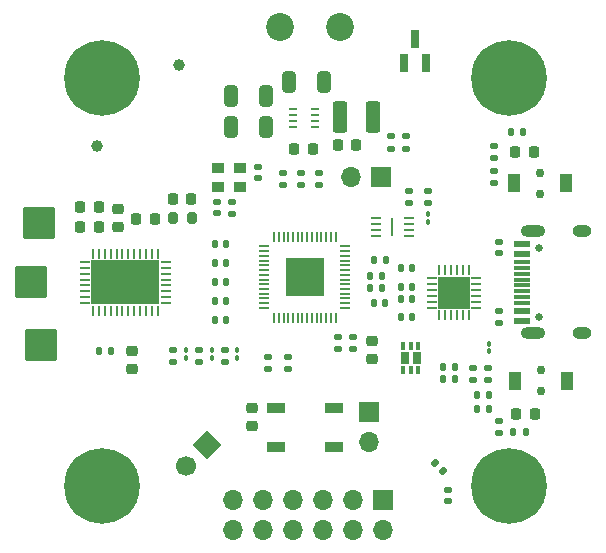
<source format=gbr>
%TF.GenerationSoftware,KiCad,Pcbnew,7.0.9*%
%TF.CreationDate,2024-02-12T03:50:36+01:00*%
%TF.ProjectId,MTR_Tiny_MD,4d54525f-5469-46e7-995f-4d442e6b6963,rev?*%
%TF.SameCoordinates,Original*%
%TF.FileFunction,Soldermask,Top*%
%TF.FilePolarity,Negative*%
%FSLAX46Y46*%
G04 Gerber Fmt 4.6, Leading zero omitted, Abs format (unit mm)*
G04 Created by KiCad (PCBNEW 7.0.9) date 2024-02-12 03:50:36*
%MOMM*%
%LPD*%
G01*
G04 APERTURE LIST*
G04 Aperture macros list*
%AMRoundRect*
0 Rectangle with rounded corners*
0 $1 Rounding radius*
0 $2 $3 $4 $5 $6 $7 $8 $9 X,Y pos of 4 corners*
0 Add a 4 corners polygon primitive as box body*
4,1,4,$2,$3,$4,$5,$6,$7,$8,$9,$2,$3,0*
0 Add four circle primitives for the rounded corners*
1,1,$1+$1,$2,$3*
1,1,$1+$1,$4,$5*
1,1,$1+$1,$6,$7*
1,1,$1+$1,$8,$9*
0 Add four rect primitives between the rounded corners*
20,1,$1+$1,$2,$3,$4,$5,0*
20,1,$1+$1,$4,$5,$6,$7,0*
20,1,$1+$1,$6,$7,$8,$9,0*
20,1,$1+$1,$8,$9,$2,$3,0*%
%AMHorizOval*
0 Thick line with rounded ends*
0 $1 width*
0 $2 $3 position (X,Y) of the first rounded end (center of the circle)*
0 $4 $5 position (X,Y) of the second rounded end (center of the circle)*
0 Add line between two ends*
20,1,$1,$2,$3,$4,$5,0*
0 Add two circle primitives to create the rounded ends*
1,1,$1,$2,$3*
1,1,$1,$4,$5*%
%AMRotRect*
0 Rectangle, with rotation*
0 The origin of the aperture is its center*
0 $1 length*
0 $2 width*
0 $3 Rotation angle, in degrees counterclockwise*
0 Add horizontal line*
21,1,$1,$2,0,0,$3*%
G04 Aperture macros list end*
%ADD10RoundRect,0.135000X-0.185000X0.135000X-0.185000X-0.135000X0.185000X-0.135000X0.185000X0.135000X0*%
%ADD11RoundRect,0.250000X0.325000X0.650000X-0.325000X0.650000X-0.325000X-0.650000X0.325000X-0.650000X0*%
%ADD12RoundRect,0.100000X-0.100000X0.130000X-0.100000X-0.130000X0.100000X-0.130000X0.100000X0.130000X0*%
%ADD13RoundRect,0.140000X0.170000X-0.140000X0.170000X0.140000X-0.170000X0.140000X-0.170000X-0.140000X0*%
%ADD14RoundRect,0.140000X-0.140000X-0.170000X0.140000X-0.170000X0.140000X0.170000X-0.140000X0.170000X0*%
%ADD15RoundRect,0.225000X0.250000X-0.225000X0.250000X0.225000X-0.250000X0.225000X-0.250000X-0.225000X0*%
%ADD16C,1.000000*%
%ADD17RoundRect,0.225000X0.225000X0.250000X-0.225000X0.250000X-0.225000X-0.250000X0.225000X-0.250000X0*%
%ADD18RoundRect,0.225000X-0.225000X-0.250000X0.225000X-0.250000X0.225000X0.250000X-0.225000X0.250000X0*%
%ADD19R,1.700000X1.700000*%
%ADD20O,1.700000X1.700000*%
%ADD21RoundRect,0.250000X-0.375000X-1.075000X0.375000X-1.075000X0.375000X1.075000X-0.375000X1.075000X0*%
%ADD22RoundRect,0.165000X1.210000X-1.210000X1.210000X1.210000X-1.210000X1.210000X-1.210000X-1.210000X0*%
%ADD23RoundRect,0.135000X0.135000X0.185000X-0.135000X0.185000X-0.135000X-0.185000X0.135000X-0.185000X0*%
%ADD24RoundRect,0.135000X-0.135000X-0.185000X0.135000X-0.185000X0.135000X0.185000X-0.135000X0.185000X0*%
%ADD25RoundRect,0.250000X-0.325000X-0.650000X0.325000X-0.650000X0.325000X0.650000X-0.325000X0.650000X0*%
%ADD26RoundRect,0.140000X0.140000X0.170000X-0.140000X0.170000X-0.140000X-0.170000X0.140000X-0.170000X0*%
%ADD27RoundRect,0.218750X0.218750X0.256250X-0.218750X0.256250X-0.218750X-0.256250X0.218750X-0.256250X0*%
%ADD28RoundRect,0.140000X-0.170000X0.140000X-0.170000X-0.140000X0.170000X-0.140000X0.170000X0.140000X0*%
%ADD29C,0.800000*%
%ADD30C,6.400000*%
%ADD31RoundRect,0.135000X-0.226274X-0.035355X-0.035355X-0.226274X0.226274X0.035355X0.035355X0.226274X0*%
%ADD32RoundRect,0.200000X-0.200000X-0.275000X0.200000X-0.275000X0.200000X0.275000X-0.200000X0.275000X0*%
%ADD33C,2.362200*%
%ADD34C,0.650000*%
%ADD35R,1.450000X0.600000*%
%ADD36R,1.450000X0.300000*%
%ADD37O,2.100000X1.000000*%
%ADD38O,1.600000X1.000000*%
%ADD39R,1.500000X0.900000*%
%ADD40RoundRect,0.225000X-0.250000X0.225000X-0.250000X-0.225000X0.250000X-0.225000X0.250000X0.225000X0*%
%ADD41R,1.000000X0.900000*%
%ADD42RoundRect,0.070000X0.300000X-0.650000X0.300000X0.650000X-0.300000X0.650000X-0.300000X-0.650000X0*%
%ADD43RotRect,1.700000X1.700000X315.000000*%
%ADD44HorizOval,1.700000X0.000000X0.000000X0.000000X0.000000X0*%
%ADD45RoundRect,0.050000X-0.050000X0.387500X-0.050000X-0.387500X0.050000X-0.387500X0.050000X0.387500X0*%
%ADD46RoundRect,0.050000X-0.387500X0.050000X-0.387500X-0.050000X0.387500X-0.050000X0.387500X0.050000X0*%
%ADD47R,3.200000X3.200000*%
%ADD48R,0.331000X0.680999*%
%ADD49R,0.711200X1.041400*%
%ADD50RoundRect,0.135000X0.185000X-0.135000X0.185000X0.135000X-0.185000X0.135000X-0.185000X-0.135000X0*%
%ADD51C,0.750000*%
%ADD52RoundRect,0.131250X0.393750X-0.668750X0.393750X0.668750X-0.393750X0.668750X-0.393750X-0.668750X0*%
%ADD53R,0.254800X0.807999*%
%ADD54R,0.807999X0.254800*%
%ADD55R,5.791200X3.810000*%
%ADD56R,0.757199X0.254800*%
%ADD57R,2.743200X2.743200*%
%ADD58R,0.203200X1.600200*%
G04 APERTURE END LIST*
D10*
%TO.C,R9*%
X121425000Y-111765000D03*
X121425000Y-112785000D03*
%TD*%
%TO.C,R3*%
X98775000Y-93215000D03*
X98775000Y-94235000D03*
%TD*%
D11*
%TO.C,C39*%
X101675000Y-84300000D03*
X98725000Y-84300000D03*
%TD*%
D12*
%TO.C,C33*%
X99250000Y-105770000D03*
X99250000Y-106410000D03*
%TD*%
D13*
%TO.C,C44*%
X117100000Y-118555000D03*
X117100000Y-117595000D03*
%TD*%
D14*
%TO.C,C6*%
X97340000Y-98403750D03*
X98300000Y-98403750D03*
%TD*%
D15*
%TO.C,C36*%
X90300000Y-107375000D03*
X90300000Y-105825000D03*
%TD*%
D16*
%TO.C,H6*%
X94325000Y-81625000D03*
%TD*%
D17*
%TO.C,C28*%
X87500000Y-95325000D03*
X85950000Y-95325000D03*
%TD*%
D18*
%TO.C,C27*%
X90675000Y-94650000D03*
X92225000Y-94650000D03*
%TD*%
D19*
%TO.C,J5*%
X110400000Y-111025000D03*
D20*
X110400000Y-113565000D03*
%TD*%
D21*
%TO.C,L2*%
X107900000Y-86000000D03*
X110700000Y-86000000D03*
%TD*%
D22*
%TO.C,H12*%
X82620000Y-105310000D03*
%TD*%
D23*
%TO.C,R22*%
X120585000Y-110750000D03*
X119565000Y-110750000D03*
%TD*%
D18*
%TO.C,C41*%
X104075000Y-88775000D03*
X105625000Y-88775000D03*
%TD*%
D14*
%TO.C,C34*%
X97340000Y-101601250D03*
X98300000Y-101601250D03*
%TD*%
D24*
%TO.C,R23*%
X119565000Y-109575000D03*
X120585000Y-109575000D03*
%TD*%
D25*
%TO.C,C38*%
X103625000Y-83100000D03*
X106575000Y-83100000D03*
%TD*%
D23*
%TO.C,R12*%
X123635000Y-112750000D03*
X122615000Y-112750000D03*
%TD*%
D26*
%TO.C,C35*%
X98300000Y-103200000D03*
X97340000Y-103200000D03*
%TD*%
D11*
%TO.C,C40*%
X101675000Y-86900000D03*
X98725000Y-86900000D03*
%TD*%
D27*
%TO.C,D3*%
X124437500Y-111175000D03*
X122862500Y-111175000D03*
%TD*%
D28*
%TO.C,C32*%
X109065000Y-104700000D03*
X109065000Y-105660000D03*
%TD*%
D10*
%TO.C,R8*%
X98150000Y-105790000D03*
X98150000Y-106810000D03*
%TD*%
D29*
%TO.C,H1*%
X119850000Y-117250000D03*
X120552944Y-115552944D03*
X120552944Y-118947056D03*
X122250000Y-114850000D03*
D30*
X122250000Y-117250000D03*
D29*
X122250000Y-119650000D03*
X123947056Y-115552944D03*
X123947056Y-118947056D03*
X124650000Y-117250000D03*
%TD*%
D13*
%TO.C,C2*%
X101000000Y-91230000D03*
X101000000Y-90270000D03*
%TD*%
D29*
%TO.C,H3*%
X119850000Y-82750000D03*
X120552944Y-81052944D03*
X120552944Y-84447056D03*
X122250000Y-80350000D03*
D30*
X122250000Y-82750000D03*
D29*
X122250000Y-85150000D03*
X123947056Y-81052944D03*
X123947056Y-84447056D03*
X124650000Y-82750000D03*
%TD*%
D23*
%TO.C,R1*%
X111485000Y-99525000D03*
X110465000Y-99525000D03*
%TD*%
D31*
%TO.C,R19*%
X115939376Y-115325000D03*
X116660624Y-116046248D03*
%TD*%
D23*
%TO.C,R11*%
X123460000Y-87350000D03*
X122440000Y-87350000D03*
%TD*%
D29*
%TO.C,H8*%
X85350000Y-82750000D03*
X86052944Y-81052944D03*
X86052944Y-84447056D03*
X87750000Y-80350000D03*
D30*
X87750000Y-82750000D03*
D29*
X87750000Y-85150000D03*
X89447056Y-81052944D03*
X89447056Y-84447056D03*
X90150000Y-82750000D03*
%TD*%
D32*
%TO.C,R13*%
X93750000Y-94625000D03*
X95400000Y-94625000D03*
%TD*%
D29*
%TO.C,H9*%
X85350000Y-117250000D03*
X86052944Y-115552944D03*
X86052944Y-118947056D03*
X87750000Y-114850000D03*
D30*
X87750000Y-117250000D03*
D29*
X87750000Y-119650000D03*
X89447056Y-115552944D03*
X89447056Y-118947056D03*
X90150000Y-117250000D03*
%TD*%
D26*
%TO.C,C1*%
X111805000Y-98175000D03*
X110845000Y-98175000D03*
%TD*%
D33*
%TO.C,J6*%
X107890000Y-78450000D03*
X102890000Y-78450000D03*
%TD*%
D12*
%TO.C,C29*%
X94850000Y-105770000D03*
X94850000Y-106410000D03*
%TD*%
D13*
%TO.C,C10*%
X103525000Y-107360000D03*
X103525000Y-106400000D03*
%TD*%
D12*
%TO.C,C31*%
X97050000Y-105770000D03*
X97050000Y-106410000D03*
%TD*%
D28*
%TO.C,C21*%
X121375000Y-96620000D03*
X121375000Y-97580000D03*
%TD*%
D34*
%TO.C,J1*%
X124810000Y-102940000D03*
X124810000Y-97160000D03*
D35*
X123365000Y-103300000D03*
X123365000Y-102500000D03*
D36*
X123365000Y-101300000D03*
X123365000Y-100300000D03*
X123365000Y-99800000D03*
X123365000Y-98800000D03*
D35*
X123365000Y-97600000D03*
X123365000Y-96800000D03*
X123365000Y-96800000D03*
X123365000Y-97600000D03*
D36*
X123365000Y-98300000D03*
X123365000Y-99300000D03*
X123365000Y-100800000D03*
X123365000Y-101800000D03*
D35*
X123365000Y-102500000D03*
X123365000Y-103300000D03*
D37*
X124280000Y-104370000D03*
D38*
X128460000Y-104370000D03*
D37*
X124280000Y-95730000D03*
D38*
X128460000Y-95730000D03*
%TD*%
D24*
%TO.C,R2*%
X110465000Y-100550000D03*
X111485000Y-100550000D03*
%TD*%
D26*
%TO.C,C15*%
X114055000Y-100425000D03*
X113095000Y-100425000D03*
%TD*%
D39*
%TO.C,D1*%
X102500000Y-110650000D03*
X102500000Y-113950000D03*
X107400000Y-113950000D03*
X107400000Y-110650000D03*
%TD*%
D28*
%TO.C,C8*%
X106190000Y-90820000D03*
X106190000Y-91780000D03*
%TD*%
D15*
%TO.C,C12*%
X110650000Y-106525000D03*
X110650000Y-104975000D03*
%TD*%
D26*
%TO.C,C17*%
X114055000Y-98800000D03*
X113095000Y-98800000D03*
%TD*%
D10*
%TO.C,R26*%
X120475000Y-107300000D03*
X120475000Y-108320000D03*
%TD*%
D40*
%TO.C,C37*%
X100450000Y-110675000D03*
X100450000Y-112225000D03*
%TD*%
D41*
%TO.C,Y1*%
X99450000Y-90400000D03*
X97600000Y-90400000D03*
X97600000Y-91950000D03*
X99450000Y-91950000D03*
%TD*%
D13*
%TO.C,C19*%
X121425000Y-103455000D03*
X121425000Y-102495000D03*
%TD*%
D17*
%TO.C,C25*%
X87500000Y-93675000D03*
X85950000Y-93675000D03*
%TD*%
D12*
%TO.C,3v3ToVddd1*%
X115400000Y-94255000D03*
X115400000Y-94895000D03*
%TD*%
D42*
%TO.C,Q1*%
X113350000Y-81500000D03*
X115250000Y-81500000D03*
X114300000Y-79400000D03*
%TD*%
D15*
%TO.C,C26*%
X89100000Y-95350000D03*
X89100000Y-93800000D03*
%TD*%
D13*
%TO.C,C7*%
X101812500Y-107360000D03*
X101812500Y-106400000D03*
%TD*%
D18*
%TO.C,C24*%
X93800000Y-92975000D03*
X95350000Y-92975000D03*
%TD*%
D26*
%TO.C,C23*%
X117630000Y-107175000D03*
X116670000Y-107175000D03*
%TD*%
D28*
%TO.C,C3*%
X97475000Y-93245000D03*
X97475000Y-94205000D03*
%TD*%
D43*
%TO.C,J3*%
X96700000Y-113800000D03*
D44*
X94903949Y-115596051D03*
%TD*%
D26*
%TO.C,C22*%
X117630000Y-108250000D03*
X116670000Y-108250000D03*
%TD*%
D45*
%TO.C,U1*%
X107550000Y-96162500D03*
X107150000Y-96162500D03*
X106750000Y-96162500D03*
X106350000Y-96162500D03*
X105950000Y-96162500D03*
X105550000Y-96162500D03*
X105150000Y-96162500D03*
X104750000Y-96162500D03*
X104350000Y-96162500D03*
X103950000Y-96162500D03*
X103550000Y-96162500D03*
X103150000Y-96162500D03*
X102750000Y-96162500D03*
X102350000Y-96162500D03*
D46*
X101512500Y-97000000D03*
X101512500Y-97400000D03*
X101512500Y-97800000D03*
X101512500Y-98200000D03*
X101512500Y-98600000D03*
X101512500Y-99000000D03*
X101512500Y-99400000D03*
X101512500Y-99800000D03*
X101512500Y-100200000D03*
X101512500Y-100600000D03*
X101512500Y-101000000D03*
X101512500Y-101400000D03*
X101512500Y-101800000D03*
X101512500Y-102200000D03*
D45*
X102350000Y-103037500D03*
X102750000Y-103037500D03*
X103150000Y-103037500D03*
X103550000Y-103037500D03*
X103950000Y-103037500D03*
X104350000Y-103037500D03*
X104750000Y-103037500D03*
X105150000Y-103037500D03*
X105550000Y-103037500D03*
X105950000Y-103037500D03*
X106350000Y-103037500D03*
X106750000Y-103037500D03*
X107150000Y-103037500D03*
X107550000Y-103037500D03*
D46*
X108387500Y-102200000D03*
X108387500Y-101800000D03*
X108387500Y-101400000D03*
X108387500Y-101000000D03*
X108387500Y-100600000D03*
X108387500Y-100200000D03*
X108387500Y-99800000D03*
X108387500Y-99400000D03*
X108387500Y-99000000D03*
X108387500Y-98600000D03*
X108387500Y-98200000D03*
X108387500Y-97800000D03*
X108387500Y-97400000D03*
X108387500Y-97000000D03*
D47*
X104950000Y-99600000D03*
%TD*%
D48*
%TO.C,U9*%
X113275014Y-107489000D03*
X113925000Y-107489000D03*
X114574986Y-107489000D03*
X114574986Y-105411000D03*
X113925000Y-105411000D03*
X113275014Y-105411000D03*
D49*
X113404300Y-106450000D03*
X114445700Y-106450000D03*
%TD*%
D19*
%TO.C,J2*%
X111540000Y-118450000D03*
D20*
X111540000Y-120990000D03*
X109000000Y-118450000D03*
X109000000Y-120990000D03*
X106460000Y-118450000D03*
X106460000Y-120990000D03*
X103920000Y-118450000D03*
X103920000Y-120990000D03*
X101380000Y-118450000D03*
X101380000Y-120990000D03*
X98840000Y-118450000D03*
X98840000Y-120990000D03*
%TD*%
D23*
%TO.C,R16*%
X88580000Y-105850000D03*
X87560000Y-105850000D03*
%TD*%
D16*
%TO.C,H7*%
X87325000Y-88500000D03*
%TD*%
D10*
%TO.C,R6*%
X93750000Y-105790000D03*
X93750000Y-106810000D03*
%TD*%
D22*
%TO.C,H11*%
X81740000Y-100030000D03*
%TD*%
D50*
%TO.C,R5*%
X120975000Y-89485000D03*
X120975000Y-88465000D03*
%TD*%
D51*
%TO.C,SW1*%
X124875000Y-92550000D03*
X124875000Y-90750000D03*
D52*
X127100000Y-91650000D03*
X122650000Y-91650000D03*
%TD*%
D22*
%TO.C,H10*%
X82440000Y-95030000D03*
%TD*%
D18*
%TO.C,C42*%
X107725000Y-88450000D03*
X109275000Y-88450000D03*
%TD*%
D10*
%TO.C,R14*%
X113500000Y-87690000D03*
X113500000Y-88710000D03*
%TD*%
D50*
%TO.C,R4*%
X120975000Y-91660000D03*
X120975000Y-90640000D03*
%TD*%
D26*
%TO.C,C14*%
X114055000Y-101475000D03*
X113095000Y-101475000D03*
%TD*%
D50*
%TO.C,R24*%
X119175000Y-108295000D03*
X119175000Y-107275000D03*
%TD*%
D53*
%TO.C,U5*%
X92510693Y-97601300D03*
X92010567Y-97601300D03*
X91510441Y-97601300D03*
X91010315Y-97601300D03*
X90510189Y-97601300D03*
X90010063Y-97601300D03*
X89509937Y-97601300D03*
X89009811Y-97601300D03*
X88509685Y-97601300D03*
X88009559Y-97601300D03*
X87509433Y-97601300D03*
X87009307Y-97601300D03*
D54*
X86308000Y-98299559D03*
X86308000Y-98799685D03*
X86308000Y-99299811D03*
X86308000Y-99799937D03*
X86308000Y-100300063D03*
X86308000Y-100800189D03*
X86308000Y-101300315D03*
X86308000Y-101800441D03*
D53*
X87009307Y-102498700D03*
X87509433Y-102498700D03*
X88009559Y-102498700D03*
X88509685Y-102498700D03*
X89009811Y-102498700D03*
X89509937Y-102498700D03*
X90010063Y-102498700D03*
X90510189Y-102498700D03*
X91010315Y-102498700D03*
X91510441Y-102498700D03*
X92010567Y-102498700D03*
X92510693Y-102498700D03*
D54*
X93212000Y-101800441D03*
X93212000Y-101300315D03*
X93212000Y-100800189D03*
X93212000Y-100300063D03*
X93212000Y-99799937D03*
X93212000Y-99299811D03*
X93212000Y-98799685D03*
X93212000Y-98299559D03*
D55*
X89760000Y-100050000D03*
%TD*%
D27*
%TO.C,D2*%
X124312500Y-88975000D03*
X122737500Y-88975000D03*
%TD*%
D28*
%TO.C,C11*%
X104650000Y-90820000D03*
X104650000Y-91780000D03*
%TD*%
D10*
%TO.C,R15*%
X112250000Y-87690000D03*
X112250000Y-88710000D03*
%TD*%
%TO.C,R7*%
X95950000Y-105790000D03*
X95950000Y-106810000D03*
%TD*%
D19*
%TO.C,J4*%
X111400000Y-91100000D03*
D20*
X108860000Y-91100000D03*
%TD*%
D56*
%TO.C,U7*%
X103949900Y-85349999D03*
X103949900Y-85850000D03*
X103949900Y-86350000D03*
X103949900Y-86850001D03*
X105850100Y-86850001D03*
X105850100Y-86350000D03*
X105850100Y-85850000D03*
X105850100Y-85349999D03*
%TD*%
D28*
%TO.C,C18*%
X113750000Y-92345000D03*
X113750000Y-93305000D03*
%TD*%
D26*
%TO.C,C16*%
X114055000Y-103000000D03*
X113095000Y-103000000D03*
%TD*%
D53*
%TO.C,U8*%
X116324685Y-102814900D03*
X116824811Y-102814900D03*
X117324937Y-102814900D03*
X117825063Y-102814900D03*
X118325189Y-102814900D03*
X118825315Y-102814900D03*
D54*
X119464900Y-102175315D03*
X119464900Y-101675189D03*
X119464900Y-101175063D03*
X119464900Y-100674937D03*
X119464900Y-100174811D03*
X119464900Y-99674685D03*
D53*
X118825315Y-99035100D03*
X118325189Y-99035100D03*
X117825063Y-99035100D03*
X117324937Y-99035100D03*
X116824811Y-99035100D03*
X116324685Y-99035100D03*
D54*
X115685100Y-99674685D03*
X115685100Y-100174811D03*
X115685100Y-100674937D03*
X115685100Y-101175063D03*
X115685100Y-101675189D03*
X115685100Y-102175315D03*
D57*
X117575000Y-100925000D03*
%TD*%
D12*
%TO.C,JP8*%
X120550000Y-105250000D03*
X120550000Y-105890000D03*
%TD*%
D54*
%TO.C,U2*%
X110950000Y-94625000D03*
X110950000Y-95125001D03*
X110950000Y-95625001D03*
X110950000Y-96125002D03*
X113741998Y-96125002D03*
X113741998Y-95625001D03*
X113741998Y-95125001D03*
X113741998Y-94625000D03*
D58*
X112345999Y-95375001D03*
%TD*%
D13*
%TO.C,C30*%
X103110000Y-91780000D03*
X103110000Y-90820000D03*
%TD*%
D14*
%TO.C,C9*%
X97340000Y-96805000D03*
X98300000Y-96805000D03*
%TD*%
D51*
%TO.C,SW2*%
X124950000Y-109250000D03*
X124950000Y-107450000D03*
D52*
X127175000Y-108350000D03*
X122725000Y-108350000D03*
%TD*%
D28*
%TO.C,C20*%
X115400000Y-92345000D03*
X115400000Y-93305000D03*
%TD*%
D13*
%TO.C,C13*%
X107750000Y-105660000D03*
X107750000Y-104700000D03*
%TD*%
D26*
%TO.C,C5*%
X111780000Y-101800000D03*
X110820000Y-101800000D03*
%TD*%
D14*
%TO.C,C4*%
X97340000Y-100002500D03*
X98300000Y-100002500D03*
%TD*%
M02*

</source>
